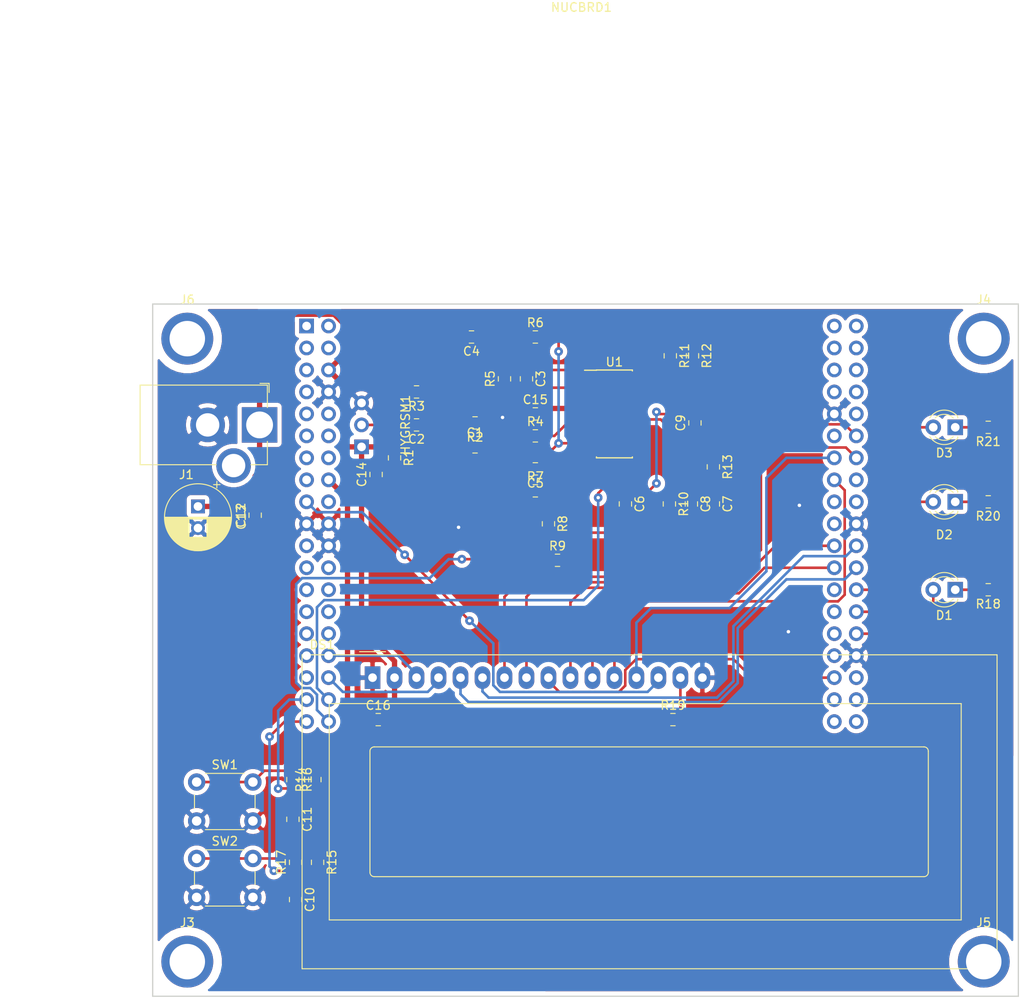
<source format=kicad_pcb>
(kicad_pcb (version 20171130) (host pcbnew 5.0.0-fee4fd1~66~ubuntu18.04.1)
  (title_block (title "Motion detection Radar") (company "Uni Ulm") (comment 1 Team05) (comment 2 "Ahmed Faheem") (comment 3 "Qasim Hadari"))
  (layers (0 F.Cu signal) (31 B.Cu signal) (36 B.SilkS user) (37 F.SilkS user) (38 B.Mask user) (39 F.Mask user) (44 Edge.Cuts user))
  (net 0 "")
  (net 1 "Net-(J1-Pad3)")
  (net 2 GND)
  (net 3 "Net-(J3-Pad1)")
  (net 4 "Net-(J4-Pad1)")
  (net 5 "Net-(J5-Pad1)")
  (net 6 +5V)
  (net 7 "Net-(C1-Pad2)")
  (net 8 "Net-(C2-Pad2)")
  (net 9 "Net-(C2-Pad1)")
  (net 10 "Net-(C3-Pad1)")
  (net 11 "Net-(C3-Pad2)")
  (net 12 "Net-(C4-Pad1)")
  (net 13 "Net-(C5-Pad2)")
  (net 14 "Net-(C5-Pad1)")
  (net 15 Sig_unfiltered)
  (net 16 "Net-(C6-Pad1)")
  (net 17 "Net-(C7-Pad1)")
  (net 18 "Net-(C9-Pad1)")
  (net 19 "Net-(C10-Pad1)")
  (net 20 "Net-(C11-Pad1)")
  (net 21 "Net-(D1-Pad2)")
  (net 22 "Net-(D1-Pad1)")
  (net 23 "Net-(D2-Pad1)")
  (net 24 "Net-(D2-Pad2)")
  (net 25 "Net-(D3-Pad1)")
  (net 26 "Net-(D3-Pad2)")
  (net 27 LCD_V0)
  (net 28 "Net-(DS1-Pad4)")
  (net 29 "Net-(DS1-Pad5)")
  (net 30 "Net-(DS1-Pad6)")
  (net 31 "Net-(DS1-Pad7)")
  (net 32 "Net-(DS1-Pad8)")
  (net 33 "Net-(DS1-Pad9)")
  (net 34 "Net-(DS1-Pad10)")
  (net 35 "Net-(DS1-Pad11)")
  (net 36 "Net-(DS1-Pad12)")
  (net 37 "Net-(DS1-Pad13)")
  (net 38 LCD_D7)
  (net 39 "Net-(DS1-Pad15)")
  (net 40 "Net-(J6-Pad1)")
  (net 41 "Net-(NUCBRD1-Pad76)")
  (net 42 "Net-(NUCBRD1-Pad75)")
  (net 43 "Net-(NUCBRD1-Pad74)")
  (net 44 "Net-(NUCBRD1-Pad73)")
  (net 45 "Net-(NUCBRD1-Pad72)")
  (net 46 "Net-(NUCBRD1-Pad69)")
  (net 47 "Net-(NUCBRD1-Pad67)")
  (net 48 "Net-(NUCBRD1-Pad65)")
  (net 49 "Net-(NUCBRD1-Pad63)")
  (net 50 "Net-(NUCBRD1-Pad57)")
  (net 51 "Net-(NUCBRD1-Pad56)")
  (net 52 "Net-(NUCBRD1-Pad55)")
  (net 53 "Net-(NUCBRD1-Pad54)")
  (net 54 "Net-(NUCBRD1-Pad49)")
  (net 55 "Net-(NUCBRD1-Pad48)")
  (net 56 "Net-(NUCBRD1-Pad46)")
  (net 57 "Net-(NUCBRD1-Pad45)")
  (net 58 "Net-(NUCBRD1-Pad44)")
  (net 59 "Net-(NUCBRD1-Pad43)")
  (net 60 "Net-(NUCBRD1-Pad42)")
  (net 61 "Net-(NUCBRD1-Pad41)")
  (net 62 "Net-(NUCBRD1-Pad40)")
  (net 63 "Net-(NUCBRD1-Pad39)")
  (net 64 "Net-(NUCBRD1-Pad36)")
  (net 65 "Net-(NUCBRD1-Pad33)")
  (net 66 "Net-(NUCBRD1-Pad31)")
  (net 67 "Net-(NUCBRD1-Pad30)")
  (net 68 "Net-(NUCBRD1-Pad29)")
  (net 69 "Net-(NUCBRD1-Pad28)")
  (net 70 "Net-(NUCBRD1-Pad27)")
  (net 71 "Net-(NUCBRD1-Pad26)")
  (net 72 "Net-(NUCBRD1-Pad25)")
  (net 73 "Net-(NUCBRD1-Pad24)")
  (net 74 "Net-(NUCBRD1-Pad23)")
  (net 75 "Net-(NUCBRD1-Pad21)")
  (net 76 "Net-(NUCBRD1-Pad18)")
  (net 77 +3V3)
  (net 78 "Net-(NUCBRD1-Pad15)")
  (net 79 "Net-(NUCBRD1-Pad14)")
  (net 80 "Net-(NUCBRD1-Pad13)")
  (net 81 "Net-(NUCBRD1-Pad12)")
  (net 82 "Net-(NUCBRD1-Pad11)")
  (net 83 "Net-(NUCBRD1-Pad10)")
  (net 84 "Net-(NUCBRD1-Pad9)")
  (net 85 "Net-(NUCBRD1-Pad7)")
  (net 86 "Net-(NUCBRD1-Pad5)")
  (net 87 "Net-(NUCBRD1-Pad4)")
  (net 88 "Net-(NUCBRD1-Pad3)")
  (net 89 "Net-(NUCBRD1-Pad2)")
  (net 90 "Net-(NUCBRD1-Pad1)")
  (net 91 "Net-(R4-Pad2)")
  (net 92 "Net-(R14-Pad2)")
  (net 93 "Net-(R15-Pad1)")
  (net 94 "Net-(U1-Pad8)")
  (module HWP:HYG_RSM-1650 (layer F.Cu) (at 129.13 81.51 90)
    (fp_text reference HYGRSM1 (at 2.54 5.08 90) (layer F.SilkS))
    (fp_text value HYG_RSM_1650)
    (pad 1 thru_hole rect (at 0 0 90) (size 1.7 1.7) (drill 1) (layers *.Cu *.Mask) (net 6 +5V))
    (pad 2 thru_hole circle (at 2.54 0 90) (size 1.7 1.7) (drill 1) (layers *.Cu *.Mask) (net 8 "Net-(C2-Pad2)"))
    (pad 3 thru_hole circle (at 5.08 0 90) (size 1.7 1.7) (drill 1) (layers *.Cu *.Mask) (net 2 GND))
  )
  (module HWP:ST_Morpho_Connector_STLink (layer F.Cu) (at 122.78 67.54)
    (fp_text reference NUCBRD1 (at 31.75 -36.83) (layer F.SilkS))
    (fp_text value NUCLEO64)
    (pad 76 thru_hole circle (at 63.5 45.72) (size 1.7 1.7) (drill 1) (layers *.Cu *.Mask) (net 41 "Net-(NUCBRD1-Pad76)"))
    (pad 75 thru_hole circle (at 60.96 45.72) (size 1.7 1.7) (drill 1) (layers *.Cu *.Mask) (net 42 "Net-(NUCBRD1-Pad75)"))
    (pad 74 thru_hole circle (at 63.5 43.18) (size 1.7 1.7) (drill 1) (layers *.Cu *.Mask) (net 43 "Net-(NUCBRD1-Pad74)"))
    (pad 73 thru_hole circle (at 60.96 43.18) (size 1.7 1.7) (drill 1) (layers *.Cu *.Mask) (net 44 "Net-(NUCBRD1-Pad73)"))
    (pad 72 thru_hole circle (at 63.5 40.64) (size 1.7 1.7) (drill 1) (layers *.Cu *.Mask) (net 45 "Net-(NUCBRD1-Pad72)"))
    (pad 71 thru_hole circle (at 60.96 40.64) (size 1.7 1.7) (drill 1) (layers *.Cu *.Mask) (net 33 "Net-(DS1-Pad9)"))
    (pad 70 thru_hole circle (at 63.5 38.1) (size 1.7 1.7) (drill 1) (layers *.Cu *.Mask) (net 2 GND))
    (pad 69 thru_hole circle (at 60.96 38.1) (size 1.7 1.7) (drill 1) (layers *.Cu *.Mask) (net 46 "Net-(NUCBRD1-Pad69)"))
    (pad 68 thru_hole circle (at 63.5 35.56) (size 1.7 1.7) (drill 1) (layers *.Cu *.Mask) (net 21 "Net-(D1-Pad2)"))
    (pad 67 thru_hole circle (at 60.96 35.56) (size 1.7 1.7) (drill 1) (layers *.Cu *.Mask) (net 47 "Net-(NUCBRD1-Pad67)"))
    (pad 66 thru_hole circle (at 63.5 33.02) (size 1.7 1.7) (drill 1) (layers *.Cu *.Mask) (net 24 "Net-(D2-Pad2)"))
    (pad 65 thru_hole circle (at 60.96 33.02) (size 1.7 1.7) (drill 1) (layers *.Cu *.Mask) (net 48 "Net-(NUCBRD1-Pad65)"))
    (pad 64 thru_hole circle (at 63.5 30.48) (size 1.7 1.7) (drill 1) (layers *.Cu *.Mask) (net 26 "Net-(D3-Pad2)"))
    (pad 63 thru_hole circle (at 60.96 30.48) (size 1.7 1.7) (drill 1) (layers *.Cu *.Mask) (net 49 "Net-(NUCBRD1-Pad63)"))
    (pad 62 thru_hole circle (at 63.5 27.94) (size 1.7 1.7) (drill 1) (layers *.Cu *.Mask) (net 29 "Net-(DS1-Pad5)"))
    (pad 61 thru_hole circle (at 60.96 27.94) (size 1.7 1.7) (drill 1) (layers *.Cu *.Mask) (net 35 "Net-(DS1-Pad11)"))
    (pad 60 thru_hole circle (at 63.5 25.4) (size 1.7 1.7) (drill 1) (layers *.Cu *.Mask) (net 30 "Net-(DS1-Pad6)"))
    (pad 59 thru_hole circle (at 60.96 25.4) (size 1.7 1.7) (drill 1) (layers *.Cu *.Mask) (net 34 "Net-(DS1-Pad10)"))
    (pad 58 thru_hole circle (at 63.5 22.86) (size 1.7 1.7) (drill 1) (layers *.Cu *.Mask) (net 2 GND))
    (pad 57 thru_hole circle (at 60.96 22.86) (size 1.7 1.7) (drill 1) (layers *.Cu *.Mask) (net 50 "Net-(NUCBRD1-Pad57)"))
    (pad 56 thru_hole circle (at 63.5 20.32) (size 1.7 1.7) (drill 1) (layers *.Cu *.Mask) (net 51 "Net-(NUCBRD1-Pad56)"))
    (pad 55 thru_hole circle (at 60.96 20.32) (size 1.7 1.7) (drill 1) (layers *.Cu *.Mask) (net 52 "Net-(NUCBRD1-Pad55)"))
    (pad 54 thru_hole circle (at 63.5 17.78) (size 1.7 1.7) (drill 1) (layers *.Cu *.Mask) (net 53 "Net-(NUCBRD1-Pad54)"))
    (pad 53 thru_hole circle (at 60.96 17.78) (size 1.7 1.7) (drill 1) (layers *.Cu *.Mask) (net 36 "Net-(DS1-Pad12)"))
    (pad 52 thru_hole circle (at 63.5 15.24) (size 1.7 1.7) (drill 1) (layers *.Cu *.Mask) (net 32 "Net-(DS1-Pad8)"))
    (pad 51 thru_hole circle (at 60.96 15.24) (size 1.7 1.7) (drill 1) (layers *.Cu *.Mask) (net 37 "Net-(DS1-Pad13)"))
    (pad 50 thru_hole circle (at 63.5 12.7) (size 1.7 1.7) (drill 1) (layers *.Cu *.Mask) (net 31 "Net-(DS1-Pad7)"))
    (pad 49 thru_hole circle (at 60.96 12.7) (size 1.7 1.7) (drill 1) (layers *.Cu *.Mask) (net 54 "Net-(NUCBRD1-Pad49)"))
    (pad 48 thru_hole circle (at 63.5 10.16) (size 1.7 1.7) (drill 1) (layers *.Cu *.Mask) (net 55 "Net-(NUCBRD1-Pad48)"))
    (pad 47 thru_hole circle (at 60.96 10.16) (size 1.7 1.7) (drill 1) (layers *.Cu *.Mask) (net 2 GND))
    (pad 46 thru_hole circle (at 63.5 7.62) (size 1.7 1.7) (drill 1) (layers *.Cu *.Mask) (net 56 "Net-(NUCBRD1-Pad46)"))
    (pad 45 thru_hole circle (at 60.96 7.62) (size 1.7 1.7) (drill 1) (layers *.Cu *.Mask) (net 57 "Net-(NUCBRD1-Pad45)"))
    (pad 44 thru_hole circle (at 63.5 5.08) (size 1.7 1.7) (drill 1) (layers *.Cu *.Mask) (net 58 "Net-(NUCBRD1-Pad44)"))
    (pad 43 thru_hole circle (at 60.96 5.08) (size 1.7 1.7) (drill 1) (layers *.Cu *.Mask) (net 59 "Net-(NUCBRD1-Pad43)"))
    (pad 42 thru_hole circle (at 63.5 2.54) (size 1.7 1.7) (drill 1) (layers *.Cu *.Mask) (net 60 "Net-(NUCBRD1-Pad42)"))
    (pad 41 thru_hole circle (at 60.96 2.54) (size 1.7 1.7) (drill 1) (layers *.Cu *.Mask) (net 61 "Net-(NUCBRD1-Pad41)"))
    (pad 40 thru_hole circle (at 63.5 0) (size 1.7 1.7) (drill 1) (layers *.Cu *.Mask) (net 62 "Net-(NUCBRD1-Pad40)"))
    (pad 39 thru_hole circle (at 60.96 0) (size 1.7 1.7) (drill 1) (layers *.Cu *.Mask) (net 63 "Net-(NUCBRD1-Pad39)"))
    (pad 38 thru_hole circle (at 2.54 45.72) (size 1.7 1.7) (drill 1) (layers *.Cu *.Mask) (net 15 Sig_unfiltered))
    (pad 37 thru_hole circle (at 0 45.72) (size 1.7 1.7) (drill 1) (layers *.Cu *.Mask) (net 19 "Net-(C10-Pad1)"))
    (pad 36 thru_hole circle (at 2.54 43.18) (size 1.7 1.7) (drill 1) (layers *.Cu *.Mask) (net 64 "Net-(NUCBRD1-Pad36)"))
    (pad 35 thru_hole circle (at 0 43.18) (size 1.7 1.7) (drill 1) (layers *.Cu *.Mask) (net 20 "Net-(C11-Pad1)"))
    (pad 34 thru_hole circle (at 2.54 40.64) (size 1.7 1.7) (drill 1) (layers *.Cu *.Mask) (net 28 "Net-(DS1-Pad4)"))
    (pad 33 thru_hole circle (at 0 40.64) (size 1.7 1.7) (drill 1) (layers *.Cu *.Mask) (net 65 "Net-(NUCBRD1-Pad33)"))
    (pad 32 thru_hole circle (at 2.54 38.1) (size 1.7 1.7) (drill 1) (layers *.Cu *.Mask) (net 27 LCD_V0))
    (pad 31 thru_hole circle (at 0 38.1) (size 1.7 1.7) (drill 1) (layers *.Cu *.Mask) (net 66 "Net-(NUCBRD1-Pad31)"))
    (pad 30 thru_hole circle (at 2.54 35.56) (size 1.7 1.7) (drill 1) (layers *.Cu *.Mask) (net 67 "Net-(NUCBRD1-Pad30)"))
    (pad 29 thru_hole circle (at 0 35.56) (size 1.7 1.7) (drill 1) (layers *.Cu *.Mask) (net 68 "Net-(NUCBRD1-Pad29)"))
    (pad 28 thru_hole circle (at 2.54 33.02) (size 1.7 1.7) (drill 1) (layers *.Cu *.Mask) (net 69 "Net-(NUCBRD1-Pad28)"))
    (pad 27 thru_hole circle (at 0 33.02) (size 1.7 1.7) (drill 1) (layers *.Cu *.Mask) (net 70 "Net-(NUCBRD1-Pad27)"))
    (pad 26 thru_hole circle (at 2.54 30.48) (size 1.7 1.7) (drill 1) (layers *.Cu *.Mask) (net 71 "Net-(NUCBRD1-Pad26)"))
    (pad 25 thru_hole circle (at 0 30.48) (size 1.7 1.7) (drill 1) (layers *.Cu *.Mask) (net 72 "Net-(NUCBRD1-Pad25)"))
    (pad 24 thru_hole circle (at 2.54 27.94) (size 1.7 1.7) (drill 1) (layers *.Cu *.Mask) (net 73 "Net-(NUCBRD1-Pad24)"))
    (pad 23 thru_hole circle (at 0 27.94) (size 1.7 1.7) (drill 1) (layers *.Cu *.Mask) (net 74 "Net-(NUCBRD1-Pad23)"))
    (pad 22 thru_hole circle (at 2.54 25.4) (size 1.7 1.7) (drill 1) (layers *.Cu *.Mask) (net 2 GND))
    (pad 21 thru_hole circle (at 0 25.4) (size 1.7 1.7) (drill 1) (layers *.Cu *.Mask) (net 75 "Net-(NUCBRD1-Pad21)"))
    (pad 20 thru_hole circle (at 2.54 22.86) (size 1.7 1.7) (drill 1) (layers *.Cu *.Mask) (net 2 GND))
    (pad 19 thru_hole circle (at 0 22.86) (size 1.7 1.7) (drill 1) (layers *.Cu *.Mask) (net 2 GND))
    (pad 18 thru_hole circle (at 2.54 20.32) (size 1.7 1.7) (drill 1) (layers *.Cu *.Mask) (net 76 "Net-(NUCBRD1-Pad18)"))
    (pad 17 thru_hole circle (at 0 20.32) (size 1.7 1.7) (drill 1) (layers *.Cu *.Mask) (net 38 LCD_D7))
    (pad 16 thru_hole circle (at 2.54 17.78) (size 1.7 1.7) (drill 1) (layers *.Cu *.Mask) (net 77 +3V3))
    (pad 15 thru_hole circle (at 0 17.78) (size 1.7 1.7) (drill 1) (layers *.Cu *.Mask) (net 78 "Net-(NUCBRD1-Pad15)"))
    (pad 14 thru_hole circle (at 2.54 15.24) (size 1.7 1.7) (drill 1) (layers *.Cu *.Mask) (net 79 "Net-(NUCBRD1-Pad14)"))
    (pad 13 thru_hole circle (at 0 15.24) (size 1.7 1.7) (drill 1) (layers *.Cu *.Mask) (net 80 "Net-(NUCBRD1-Pad13)"))
    (pad 12 thru_hole circle (at 2.54 12.7) (size 1.7 1.7) (drill 1) (layers *.Cu *.Mask) (net 81 "Net-(NUCBRD1-Pad12)"))
    (pad 11 thru_hole circle (at 0 12.7) (size 1.7 1.7) (drill 1) (layers *.Cu *.Mask) (net 82 "Net-(NUCBRD1-Pad11)"))
    (pad 10 thru_hole circle (at 2.54 10.16) (size 1.7 1.7) (drill 1) (layers *.Cu *.Mask) (net 83 "Net-(NUCBRD1-Pad10)"))
    (pad 9 thru_hole circle (at 0 10.16) (size 1.7 1.7) (drill 1) (layers *.Cu *.Mask) (net 84 "Net-(NUCBRD1-Pad9)"))
    (pad 8 thru_hole circle (at 2.54 7.62) (size 1.7 1.7) (drill 1) (layers *.Cu *.Mask) (net 2 GND))
    (pad 7 thru_hole circle (at 0 7.62) (size 1.7 1.7) (drill 1) (layers *.Cu *.Mask) (net 85 "Net-(NUCBRD1-Pad7)"))
    (pad 6 thru_hole circle (at 2.54 5.08) (size 1.7 1.7) (drill 1) (layers *.Cu *.Mask) (net 6 +5V))
    (pad 5 thru_hole circle (at 0 5.08) (size 1.7 1.7) (drill 1) (layers *.Cu *.Mask) (net 86 "Net-(NUCBRD1-Pad5)"))
    (pad 4 thru_hole circle (at 2.54 2.54) (size 1.7 1.7) (drill 1) (layers *.Cu *.Mask) (net 87 "Net-(NUCBRD1-Pad4)"))
    (pad 3 thru_hole circle (at 0 2.54) (size 1.7 1.7) (drill 1) (layers *.Cu *.Mask) (net 88 "Net-(NUCBRD1-Pad3)"))
    (pad 2 thru_hole circle (at 2.54 0) (size 1.7 1.7) (drill 1) (layers *.Cu *.Mask) (net 89 "Net-(NUCBRD1-Pad2)"))
    (pad 1 thru_hole rect (at 0 0) (size 1.7 1.7) (drill 1) (layers *.Cu *.Mask) (net 90 "Net-(NUCBRD1-Pad1)"))
  )
  (module HWP:R_0805_2012Metric_Pad1.15x1.40mm_HandSolder (layer F.Cu) (at 149.205 68.81)
    (fp_text reference R6 (at 0 -1.65) (layer F.SilkS))
    (fp_text value 4.7k)
    (pad 2 smd roundrect (at 1.025 0) (size 1.15 1.4) (layers F.Cu F.Paste F.Mask) (roundrect_rratio 0.217391) (net 13 "Net-(C5-Pad2)"))
    (pad 1 smd roundrect (at -1.025 0) (size 1.15 1.4) (layers F.Cu F.Paste F.Mask) (roundrect_rratio 0.217391) (net 12 "Net-(C4-Pad1)"))
  )
  (module HWP:C_0805_2012Metric_Pad1.15x1.40mm_HandSolder (layer F.Cu) (at 121.51 133.825 270)
    (fp_text reference C10 (at 0 -1.65 270) (layer F.SilkS))
    (fp_text value 100n)
    (pad 1 smd roundrect (at -1.025 0 270) (size 1.15 1.4) (layers F.Cu F.Paste F.Mask) (roundrect_rratio 0.217391) (net 19 "Net-(C10-Pad1)"))
    (pad 2 smd roundrect (at 1.025 0 270) (size 1.15 1.4) (layers F.Cu F.Paste F.Mask) (roundrect_rratio 0.217391) (net 2 GND))
  )
  (module HWP:LED_D3.0mm (layer F.Cu) (at 197.71 98.02 180)
    (fp_text reference D1 (at 1.27 -2.96 180) (layer F.SilkS))
    (fp_text value RED)
    (pad 2 thru_hole circle (at 2.54 0 180) (size 1.8 1.8) (drill 1) (layers *.Cu *.Mask) (net 21 "Net-(D1-Pad2)"))
    (pad 1 thru_hole rect (at 0 0 180) (size 1.8 1.8) (drill 1) (layers *.Cu *.Mask) (net 22 "Net-(D1-Pad1)"))
  )
  (module HWP:R_0805_2012Metric_Pad1.15x1.40mm_HandSolder (layer F.Cu) (at 124.05 129.525 270)
    (fp_text reference R15 (at 0 -1.65 270) (layer F.SilkS))
    (fp_text value 47k)
    (pad 2 smd roundrect (at 1.025 0 270) (size 1.15 1.4) (layers F.Cu F.Paste F.Mask) (roundrect_rratio 0.217391) (net 77 +3V3))
    (pad 1 smd roundrect (at -1.025 0 270) (size 1.15 1.4) (layers F.Cu F.Paste F.Mask) (roundrect_rratio 0.217391) (net 93 "Net-(R15-Pad1)"))
  )
  (module HWP:C_0805_2012Metric_Pad1.15x1.40mm_HandSolder (layer F.Cu) (at 130.81 84.7 90)
    (fp_text reference C14 (at 0 -1.65 90) (layer F.SilkS))
    (fp_text value 100n)
    (pad 2 smd roundrect (at 1.025 0 90) (size 1.15 1.4) (layers F.Cu F.Paste F.Mask) (roundrect_rratio 0.217391) (net 6 +5V))
    (pad 1 smd roundrect (at -1.025 0 90) (size 1.15 1.4) (layers F.Cu F.Paste F.Mask) (roundrect_rratio 0.217391) (net 2 GND))
  )
  (module HWP:R_0805_2012Metric_Pad1.15x1.40mm_HandSolder (layer F.Cu) (at 145.64 73.645 90)
    (fp_text reference R5 (at 0 -1.65 90) (layer F.SilkS))
    (fp_text value 150k)
    (pad 1 smd roundrect (at -1.025 0 90) (size 1.15 1.4) (layers F.Cu F.Paste F.Mask) (roundrect_rratio 0.217391) (net 11 "Net-(C3-Pad2)"))
    (pad 2 smd roundrect (at 1.025 0 90) (size 1.15 1.4) (layers F.Cu F.Paste F.Mask) (roundrect_rratio 0.217391) (net 10 "Net-(C3-Pad1)"))
  )
  (module HWP:LED_D3.0mm (layer F.Cu) (at 197.71 87.86 180)
    (fp_text reference D2 (at 1.27 -3.81 180) (layer F.SilkS))
    (fp_text value RED)
    (pad 1 thru_hole rect (at 0 0 180) (size 1.8 1.8) (drill 1) (layers *.Cu *.Mask) (net 23 "Net-(D2-Pad1)"))
    (pad 2 thru_hole circle (at 2.54 0 180) (size 1.8 1.8) (drill 1) (layers *.Cu *.Mask) (net 24 "Net-(D2-Pad2)"))
  )
  (module HWP:R_0805_2012Metric_Pad1.15x1.40mm_HandSolder (layer F.Cu) (at 149.205 86.59)
    (fp_text reference R7 (at 0 -1.65) (layer F.SilkS))
    (fp_text value 150k)
    (pad 1 smd roundrect (at -1.025 0) (size 1.15 1.4) (layers F.Cu F.Paste F.Mask) (roundrect_rratio 0.217391) (net 13 "Net-(C5-Pad2)"))
    (pad 2 smd roundrect (at 1.025 0) (size 1.15 1.4) (layers F.Cu F.Paste F.Mask) (roundrect_rratio 0.217391) (net 14 "Net-(C5-Pad1)"))
  )
  (module HWP:C_0805_2012Metric_Pad1.15x1.40mm_HandSolder (layer F.Cu) (at 121.198545 124.552128 270)
    (fp_text reference C11 (at 0 -1.65 270) (layer F.SilkS))
    (fp_text value 100n)
    (pad 2 smd roundrect (at 1.025 0 270) (size 1.15 1.4) (layers F.Cu F.Paste F.Mask) (roundrect_rratio 0.217391) (net 2 GND))
    (pad 1 smd roundrect (at -1.025 0 270) (size 1.15 1.4) (layers F.Cu F.Paste F.Mask) (roundrect_rratio 0.217391) (net 20 "Net-(C11-Pad1)"))
  )
  (module HWP:R_0805_2012Metric_Pad1.15x1.40mm_HandSolder (layer F.Cu) (at 121.198545 119.962128 270)
    (fp_text reference R16 (at 0 -1.65 270) (layer F.SilkS))
    (fp_text value 30k)
    (pad 1 smd roundrect (at -1.025 0 270) (size 1.15 1.4) (layers F.Cu F.Paste F.Mask) (roundrect_rratio 0.217391) (net 92 "Net-(R14-Pad2)"))
    (pad 2 smd roundrect (at 1.025 0 270) (size 1.15 1.4) (layers F.Cu F.Paste F.Mask) (roundrect_rratio 0.217391) (net 20 "Net-(C11-Pad1)"))
  )
  (module HWP:R_0805_2012Metric_Pad1.15x1.40mm_HandSolder (layer F.Cu) (at 164.795302 70.984678 270)
    (fp_text reference R11 (at 0 -1.65 270) (layer F.SilkS))
    (fp_text value 47k)
    (pad 2 smd roundrect (at 1.025 0 270) (size 1.15 1.4) (layers F.Cu F.Paste F.Mask) (roundrect_rratio 0.217391) (net 64 "Net-(NUCBRD1-Pad36)"))
    (pad 1 smd roundrect (at -1.025 0 270) (size 1.15 1.4) (layers F.Cu F.Paste F.Mask) (roundrect_rratio 0.217391) (net 16 "Net-(C6-Pad1)"))
  )
  (module HWP:SOIC-16_3.9x9.9mm_P1.27mm (layer F.Cu) (at 158.34 77.7)
    (fp_text reference U1 (at 0 -6) (layer F.SilkS))
    (fp_text value MC33079)
    (pad 1 smd rect (at -2.7 -4.445) (size 1.5 0.6) (layers F.Cu F.Paste F.Mask) (net 10 "Net-(C3-Pad1)"))
    (pad 2 smd rect (at -2.7 -3.175) (size 1.5 0.6) (layers F.Cu F.Paste F.Mask) (net 11 "Net-(C3-Pad2)"))
    (pad 3 smd rect (at -2.7 -1.905) (size 1.5 0.6) (layers F.Cu F.Paste F.Mask) (net 91 "Net-(R4-Pad2)"))
    (pad 4 smd rect (at -2.7 -0.635) (size 1.5 0.6) (layers F.Cu F.Paste F.Mask) (net 6 +5V))
    (pad 5 smd rect (at -2.7 0.635) (size 1.5 0.6) (layers F.Cu F.Paste F.Mask) (net 91 "Net-(R4-Pad2)"))
    (pad 6 smd rect (at -2.7 1.905) (size 1.5 0.6) (layers F.Cu F.Paste F.Mask) (net 13 "Net-(C5-Pad2)"))
    (pad 7 smd rect (at -2.7 3.175) (size 1.5 0.6) (layers F.Cu F.Paste F.Mask) (net 14 "Net-(C5-Pad1)"))
    (pad 8 smd rect (at -2.7 4.445) (size 1.5 0.6) (layers F.Cu F.Paste F.Mask) (net 94 "Net-(U1-Pad8)"))
    (pad 9 smd rect (at 2.7 4.445) (size 1.5 0.6) (layers F.Cu F.Paste F.Mask) (net 2 GND))
    (pad 10 smd rect (at 2.7 3.175) (size 1.5 0.6) (layers F.Cu F.Paste F.Mask) (net 2 GND))
    (pad 11 smd rect (at 2.7 1.905) (size 1.5 0.6) (layers F.Cu F.Paste F.Mask) (net 2 GND))
    (pad 12 smd rect (at 2.7 0.635) (size 1.5 0.6) (layers F.Cu F.Paste F.Mask) (net 18 "Net-(C9-Pad1)"))
    (pad 13 smd rect (at 2.7 -0.635) (size 1.5 0.6) (layers F.Cu F.Paste F.Mask) (net 64 "Net-(NUCBRD1-Pad36)"))
    (pad 14 smd rect (at 2.7 -1.905) (size 1.5 0.6) (layers F.Cu F.Paste F.Mask) (net 64 "Net-(NUCBRD1-Pad36)"))
    (pad 15 smd rect (at 2.7 -3.175) (size 1.5 0.6) (layers F.Cu F.Paste F.Mask))
    (pad 16 smd rect (at 2.7 -4.445) (size 1.5 0.6) (layers F.Cu F.Paste F.Mask))
  )
  (module HWP:SW_PUSH_6mm (layer F.Cu) (at 110.08 129.08)
    (fp_text reference SW2 (at 3.25 -2) (layer F.SilkS))
    (fp_text value SW_Push)
    (pad 2 thru_hole circle (at 0 4.5 90) (size 2 2) (drill 1.1) (layers *.Cu *.Mask) (net 2 GND))
    (pad 1 thru_hole circle (at 0 0 90) (size 2 2) (drill 1.1) (layers *.Cu *.Mask) (net 93 "Net-(R15-Pad1)"))
    (pad 2 thru_hole circle (at 6.5 4.5 90) (size 2 2) (drill 1.1) (layers *.Cu *.Mask) (net 2 GND))
    (pad 1 thru_hole circle (at 6.5 0 90) (size 2 2) (drill 1.1) (layers *.Cu *.Mask) (net 93 "Net-(R15-Pad1)"))
  )
  (module HWP:C_0805_2012Metric_Pad1.15x1.40mm_HandSolder (layer F.Cu) (at 116.84 89.408 90)
    (fp_text reference C12 (at 0 -1.65 90) (layer F.SilkS))
    (fp_text value 100n)
    (pad 1 smd roundrect (at -1.025 0 90) (size 1.15 1.4) (layers F.Cu F.Paste F.Mask) (roundrect_rratio 0.217391) (net 2 GND))
    (pad 2 smd roundrect (at 1.025 0 90) (size 1.15 1.4) (layers F.Cu F.Paste F.Mask) (roundrect_rratio 0.217391) (net 6 +5V))
  )
  (module HWP:R_0805_2012Metric_Pad1.15x1.40mm_HandSolder (layer F.Cu) (at 132.94 82.78 270)
    (fp_text reference R1 (at 0 -1.65 270) (layer F.SilkS))
    (fp_text value 10k)
    (pad 1 smd roundrect (at -1.025 0 270) (size 1.15 1.4) (layers F.Cu F.Paste F.Mask) (roundrect_rratio 0.217391) (net 6 +5V))
    (pad 2 smd roundrect (at 1.025 0 270) (size 1.15 1.4) (layers F.Cu F.Paste F.Mask) (roundrect_rratio 0.217391) (net 7 "Net-(C1-Pad2)"))
  )
  (module HWP:R_0805_2012Metric_Pad1.15x1.40mm_HandSolder (layer F.Cu) (at 150.72 90.4 270)
    (fp_text reference R8 (at 0 -1.65 270) (layer F.SilkS))
    (fp_text value 300)
    (pad 2 smd roundrect (at 1.025 0 270) (size 1.15 1.4) (layers F.Cu F.Paste F.Mask) (roundrect_rratio 0.217391) (net 15 Sig_unfiltered))
    (pad 1 smd roundrect (at -1.025 0 270) (size 1.15 1.4) (layers F.Cu F.Paste F.Mask) (roundrect_rratio 0.217391) (net 14 "Net-(C5-Pad1)"))
  )
  (module HWP:R_0805_2012Metric_Pad1.15x1.40mm_HandSolder (layer F.Cu) (at 121.51 129.525 90)
    (fp_text reference R17 (at 0 -1.65 90) (layer F.SilkS))
    (fp_text value 30k)
    (pad 1 smd roundrect (at -1.025 0 90) (size 1.15 1.4) (layers F.Cu F.Paste F.Mask) (roundrect_rratio 0.217391) (net 19 "Net-(C10-Pad1)"))
    (pad 2 smd roundrect (at 1.025 0 90) (size 1.15 1.4) (layers F.Cu F.Paste F.Mask) (roundrect_rratio 0.217391) (net 93 "Net-(R15-Pad1)"))
  )
  (module HWP:R_0805_2012Metric_Pad1.15x1.40mm_HandSolder (layer F.Cu) (at 151.765 94.615)
    (fp_text reference R9 (at 0 -1.65) (layer F.SilkS))
    (fp_text value 2k)
    (pad 2 smd roundrect (at 1.025 0) (size 1.15 1.4) (layers F.Cu F.Paste F.Mask) (roundrect_rratio 0.217391) (net 2 GND))
    (pad 1 smd roundrect (at -1.025 0) (size 1.15 1.4) (layers F.Cu F.Paste F.Mask) (roundrect_rratio 0.217391) (net 15 Sig_unfiltered))
  )
  (module HWP:R_0805_2012Metric_Pad1.15x1.40mm_HandSolder (layer F.Cu) (at 165.1 113.03)
    (fp_text reference R19 (at 0 -1.65) (layer F.SilkS))
    (fp_text value 100)
    (pad 1 smd roundrect (at -1.025 0) (size 1.15 1.4) (layers F.Cu F.Paste F.Mask) (roundrect_rratio 0.217391) (net 6 +5V))
    (pad 2 smd roundrect (at 1.025 0) (size 1.15 1.4) (layers F.Cu F.Paste F.Mask) (roundrect_rratio 0.217391) (net 39 "Net-(DS1-Pad15)"))
  )
  (module HWP:SW_PUSH_6mm (layer F.Cu) (at 110.08 120.245)
    (fp_text reference SW1 (at 3.25 -2) (layer F.SilkS))
    (fp_text value SW_Push)
    (pad 1 thru_hole circle (at 6.5 0 90) (size 2 2) (drill 1.1) (layers *.Cu *.Mask) (net 92 "Net-(R14-Pad2)"))
    (pad 2 thru_hole circle (at 6.5 4.5 90) (size 2 2) (drill 1.1) (layers *.Cu *.Mask) (net 2 GND))
    (pad 1 thru_hole circle (at 0 0 90) (size 2 2) (drill 1.1) (layers *.Cu *.Mask) (net 92 "Net-(R14-Pad2)"))
    (pad 2 thru_hole circle (at 0 4.5 90) (size 2 2) (drill 1.1) (layers *.Cu *.Mask) (net 2 GND))
  )
  (module HWP:C_0805_2012Metric_Pad1.15x1.40mm_HandSolder (layer F.Cu) (at 167.64 78.74 90)
    (fp_text reference C9 (at 0 -1.65 90) (layer F.SilkS))
    (fp_text value 33n)
    (pad 1 smd roundrect (at -1.025 0 90) (size 1.15 1.4) (layers F.Cu F.Paste F.Mask) (roundrect_rratio 0.217391) (net 18 "Net-(C9-Pad1)"))
    (pad 2 smd roundrect (at 1.025 0 90) (size 1.15 1.4) (layers F.Cu F.Paste F.Mask) (roundrect_rratio 0.217391) (net 16 "Net-(C6-Pad1)"))
  )
  (module HWP:R_0805_2012Metric_Pad1.15x1.40mm_HandSolder (layer F.Cu) (at 149.205 80.24)
    (fp_text reference R4 (at 0 -1.65) (layer F.SilkS))
    (fp_text value 1k)
    (pad 1 smd roundrect (at -1.025 0) (size 1.15 1.4) (layers F.Cu F.Paste F.Mask) (roundrect_rratio 0.217391) (net 7 "Net-(C1-Pad2)"))
    (pad 2 smd roundrect (at 1.025 0) (size 1.15 1.4) (layers F.Cu F.Paste F.Mask) (roundrect_rratio 0.217391) (net 91 "Net-(R4-Pad2)"))
  )
  (module HWP:MountingHole_4.1mm_M4_ISO14580_Pad (layer F.Cu) (at 109 69)
    (fp_text reference J6 (at 0 -4.5) (layer F.SilkS))
    (fp_text value Conn_01x01)
    (pad 1 thru_hole circle (at 0 0) (size 6 6) (drill 4.1) (layers *.Cu *.Mask) (net 40 "Net-(J6-Pad1)") (clearance 1))
  )
  (module HWP:C_0805_2012Metric_Pad1.15x1.40mm_HandSolder (layer F.Cu) (at 131.055 113.03)
    (fp_text reference C16 (at 0 -1.65) (layer F.SilkS))
    (fp_text value 100n)
    (pad 1 smd roundrect (at -1.025 0) (size 1.15 1.4) (layers F.Cu F.Paste F.Mask) (roundrect_rratio 0.217391) (net 2 GND))
    (pad 2 smd roundrect (at 1.025 0) (size 1.15 1.4) (layers F.Cu F.Paste F.Mask) (roundrect_rratio 0.217391) (net 6 +5V))
  )
  (module HWP:R_0805_2012Metric_Pad1.15x1.40mm_HandSolder (layer F.Cu) (at 201.52 79.248 180)
    (fp_text reference R21 (at 0 -1.65 180) (layer F.SilkS))
    (fp_text value 180)
    (pad 2 smd roundrect (at 1.025 0 180) (size 1.15 1.4) (layers F.Cu F.Paste F.Mask) (roundrect_rratio 0.217391) (net 25 "Net-(D3-Pad1)"))
    (pad 1 smd roundrect (at -1.025 0 180) (size 1.15 1.4) (layers F.Cu F.Paste F.Mask) (roundrect_rratio 0.217391) (net 2 GND))
  )
  (module HWP:R_0805_2012Metric_Pad1.15x1.40mm_HandSolder (layer F.Cu) (at 164.69 88.105 270)
    (fp_text reference R10 (at 0 -1.65 270) (layer F.SilkS))
    (fp_text value 47k)
    (pad 1 smd roundrect (at -1.025 0 270) (size 1.15 1.4) (layers F.Cu F.Paste F.Mask) (roundrect_rratio 0.217391) (net 17 "Net-(C7-Pad1)"))
    (pad 2 smd roundrect (at 1.025 0 270) (size 1.15 1.4) (layers F.Cu F.Paste F.Mask) (roundrect_rratio 0.217391) (net 15 Sig_unfiltered))
  )
  (module HWP:C_0805_2012Metric_Pad1.15x1.40mm_HandSolder (layer F.Cu) (at 149.205 77.7)
    (fp_text reference C15 (at 0 -1.65) (layer F.SilkS))
    (fp_text value 100n)
    (pad 1 smd roundrect (at -1.025 0) (size 1.15 1.4) (layers F.Cu F.Paste F.Mask) (roundrect_rratio 0.217391) (net 2 GND))
    (pad 2 smd roundrect (at 1.025 0) (size 1.15 1.4) (layers F.Cu F.Paste F.Mask) (roundrect_rratio 0.217391) (net 6 +5V))
  )
  (module HWP:C_0805_2012Metric_Pad1.15x1.40mm_HandSolder (layer F.Cu) (at 169.77 88.105 270)
    (fp_text reference C7 (at 0 -1.65 270) (layer F.SilkS))
    (fp_text value 33n)
    (pad 2 smd roundrect (at 1.025 0 270) (size 1.15 1.4) (layers F.Cu F.Paste F.Mask) (roundrect_rratio 0.217391) (net 2 GND))
    (pad 1 smd roundrect (at -1.025 0 270) (size 1.15 1.4) (layers F.Cu F.Paste F.Mask) (roundrect_rratio 0.217391) (net 17 "Net-(C7-Pad1)"))
  )
  (module HWP:R_0805_2012Metric_Pad1.15x1.40mm_HandSolder (layer F.Cu) (at 167.359302 70.984678 270)
    (fp_text reference R12 (at 0 -1.65 270) (layer F.SilkS))
    (fp_text value 47k)
    (pad 1 smd roundrect (at -1.025 0 270) (size 1.15 1.4) (layers F.Cu F.Paste F.Mask) (roundrect_rratio 0.217391) (net 16 "Net-(C6-Pad1)"))
    (pad 2 smd roundrect (at 1.025 0 270) (size 1.15 1.4) (layers F.Cu F.Paste F.Mask) (roundrect_rratio 0.217391) (net 64 "Net-(NUCBRD1-Pad36)"))
  )
  (module HWP:C_0805_2012Metric_Pad1.15x1.40mm_HandSolder (layer F.Cu) (at 142.24 81.51)
    (fp_text reference C1 (at 0 -1.65) (layer F.SilkS))
    (fp_text value 10u)
    (pad 1 smd roundrect (at -1.025 0) (size 1.15 1.4) (layers F.Cu F.Paste F.Mask) (roundrect_rratio 0.217391) (net 2 GND))
    (pad 2 smd roundrect (at 1.025 0) (size 1.15 1.4) (layers F.Cu F.Paste F.Mask) (roundrect_rratio 0.217391) (net 7 "Net-(C1-Pad2)"))
  )
  (module HWP:WC1602A_no_mount (layer F.Cu) (at 130.4 108.18)
    (fp_text reference DS1 (at -5.82 -3.81) (layer F.SilkS))
    (fp_text value WC1602A)
    (pad 1 thru_hole rect (at 0 0) (size 1.8 2.6) (drill 1) (layers *.Cu *.Mask) (net 2 GND))
    (pad 2 thru_hole oval (at 2.54 0) (size 1.8 2.6) (drill 1) (layers *.Cu *.Mask) (net 6 +5V))
    (pad 3 thru_hole oval (at 5.08 0) (size 1.8 2.6) (drill 1) (layers *.Cu *.Mask) (net 27 LCD_V0))
    (pad 4 thru_hole oval (at 7.62 0) (size 1.8 2.6) (drill 1) (layers *.Cu *.Mask) (net 28 "Net-(DS1-Pad4)"))
    (pad 5 thru_hole oval (at 10.16 0) (size 1.8 2.6) (drill 1) (layers *.Cu *.Mask) (net 29 "Net-(DS1-Pad5)"))
    (pad 6 thru_hole oval (at 12.7 0) (size 1.8 2.6) (drill 1) (layers *.Cu *.Mask) (net 30 "Net-(DS1-Pad6)"))
    (pad 7 thru_hole oval (at 15.24 0) (size 1.8 2.6) (drill 1) (layers *.Cu *.Mask) (net 31 "Net-(DS1-Pad7)"))
    (pad 8 thru_hole oval (at 17.78 0) (size 1.8 2.6) (drill 1) (layers *.Cu *.Mask) (net 32 "Net-(DS1-Pad8)"))
    (pad 9 thru_hole oval (at 20.32 0) (size 1.8 2.6) (drill 1) (layers *.Cu *.Mask) (net 33 "Net-(DS1-Pad9)"))
    (pad 10 thru_hole oval (at 22.86 0) (size 1.8 2.6) (drill 1) (layers *.Cu *.Mask) (net 34 "Net-(DS1-Pad10)"))
    (pad 11 thru_hole oval (at 25.4 0) (size 1.8 2.6) (drill 1) (layers *.Cu *.Mask) (net 35 "Net-(DS1-Pad11)"))
    (pad 12 thru_hole oval (at 27.94 0) (size 1.8 2.6) (drill 1) (layers *.Cu *.Mask) (net 36 "Net-(DS1-Pad12)"))
    (pad 13 thru_hole oval (at 30.48 0) (size 1.8 2.6) (drill 1) (layers *.Cu *.Mask) (net 37 "Net-(DS1-Pad13)"))
    (pad 14 thru_hole oval (at 33.02 0) (size 1.8 2.6) (drill 1) (layers *.Cu *.Mask) (net 38 LCD_D7))
    (pad 15 thru_hole oval (at 35.56 0) (size 1.8 2.6) (drill 1) (layers *.Cu *.Mask) (net 39 "Net-(DS1-Pad15)"))
    (pad 16 thru_hole oval (at 38.1 0) (size 1.8 2.6) (drill 1) (layers *.Cu *.Mask) (net 2 GND))
  )
  (module HWP:C_0805_2012Metric_Pad1.15x1.40mm_HandSolder (layer F.Cu) (at 135.48 78.97 180)
    (fp_text reference C2 (at 0 -1.65 180) (layer F.SilkS))
    (fp_text value 10u)
    (pad 2 smd roundrect (at 1.025 0 180) (size 1.15 1.4) (layers F.Cu F.Paste F.Mask) (roundrect_rratio 0.217391) (net 8 "Net-(C2-Pad2)"))
    (pad 1 smd roundrect (at -1.025 0 180) (size 1.15 1.4) (layers F.Cu F.Paste F.Mask) (roundrect_rratio 0.217391) (net 9 "Net-(C2-Pad1)"))
  )
  (module HWP:R_0805_2012Metric_Pad1.15x1.40mm_HandSolder (layer F.Cu) (at 135.48 75.16 180)
    (fp_text reference R3 (at 0 -1.65 180) (layer F.SilkS))
    (fp_text value 4.7k)
    (pad 2 smd roundrect (at 1.025 0 180) (size 1.15 1.4) (layers F.Cu F.Paste F.Mask) (roundrect_rratio 0.217391) (net 9 "Net-(C2-Pad1)"))
    (pad 1 smd roundrect (at -1.025 0 180) (size 1.15 1.4) (layers F.Cu F.Paste F.Mask) (roundrect_rratio 0.217391) (net 11 "Net-(C3-Pad2)"))
  )
  (module HWP:C_0805_2012Metric_Pad1.15x1.40mm_HandSolder (layer F.Cu) (at 149.205 84.05 180)
    (fp_text reference C5 (at 0 -1.65 180) (layer F.SilkS))
    (fp_text value 1n)
    (pad 2 smd roundrect (at 1.025 0 180) (size 1.15 1.4) (layers F.Cu F.Paste F.Mask) (roundrect_rratio 0.217391) (net 13 "Net-(C5-Pad2)"))
    (pad 1 smd roundrect (at -1.025 0 180) (size 1.15 1.4) (layers F.Cu F.Paste F.Mask) (roundrect_rratio 0.217391) (net 14 "Net-(C5-Pad1)"))
  )
  (module HWP:R_0805_2012Metric_Pad1.15x1.40mm_HandSolder (layer F.Cu) (at 201.52 87.86 180)
    (fp_text reference R20 (at 0 -1.65 180) (layer F.SilkS))
    (fp_text value 180)
    (pad 1 smd roundrect (at -1.025 0 180) (size 1.15 1.4) (layers F.Cu F.Paste F.Mask) (roundrect_rratio 0.217391) (net 2 GND))
    (pad 2 smd roundrect (at 1.025 0 180) (size 1.15 1.4) (layers F.Cu F.Paste F.Mask) (roundrect_rratio 0.217391) (net 23 "Net-(D2-Pad1)"))
  )
  (module HWP:C_0805_2012Metric_Pad1.15x1.40mm_HandSolder (layer F.Cu) (at 167.23 88.105 270)
    (fp_text reference C8 (at 0 -1.65 270) (layer F.SilkS))
    (fp_text value 33n)
    (pad 1 smd roundrect (at -1.025 0 270) (size 1.15 1.4) (layers F.Cu F.Paste F.Mask) (roundrect_rratio 0.217391) (net 17 "Net-(C7-Pad1)"))
    (pad 2 smd roundrect (at 1.025 0 270) (size 1.15 1.4) (layers F.Cu F.Paste F.Mask) (roundrect_rratio 0.217391) (net 2 GND))
  )
  (module HWP:R_0805_2012Metric_Pad1.15x1.40mm_HandSolder (layer F.Cu) (at 142.24 78.74 180)
    (fp_text reference R2 (at 0 -1.65 180) (layer F.SilkS))
    (fp_text value 10k)
    (pad 2 smd roundrect (at 1.025 0 180) (size 1.15 1.4) (layers F.Cu F.Paste F.Mask) (roundrect_rratio 0.217391) (net 2 GND))
    (pad 1 smd roundrect (at -1.025 0 180) (size 1.15 1.4) (layers F.Cu F.Paste F.Mask) (roundrect_rratio 0.217391) (net 7 "Net-(C1-Pad2)"))
  )
  (module HWP:C_0805_2012Metric_Pad1.15x1.40mm_HandSolder (layer F.Cu) (at 159.61 88.105 270)
    (fp_text reference C6 (at 0 -1.65 270) (layer F.SilkS))
    (fp_text value 33n)
    (pad 2 smd roundrect (at 1.025 0 270) (size 1.15 1.4) (layers F.Cu F.Paste F.Mask) (roundrect_rratio 0.217391) (net 15 Sig_unfiltered))
    (pad 1 smd roundrect (at -1.025 0 270) (size 1.15 1.4) (layers F.Cu F.Paste F.Mask) (roundrect_rratio 0.217391) (net 16 "Net-(C6-Pad1)"))
  )
  (module HWP:C_0805_2012Metric_Pad1.15x1.40mm_HandSolder (layer F.Cu) (at 148.18 73.645 270)
    (fp_text reference C3 (at 0 -1.65 270) (layer F.SilkS))
    (fp_text value 1n)
    (pad 1 smd roundrect (at -1.025 0 270) (size 1.15 1.4) (layers F.Cu F.Paste F.Mask) (roundrect_rratio 0.217391) (net 10 "Net-(C3-Pad1)"))
    (pad 2 smd roundrect (at 1.025 0 270) (size 1.15 1.4) (layers F.Cu F.Paste F.Mask) (roundrect_rratio 0.217391) (net 11 "Net-(C3-Pad2)"))
  )
  (module HWP:R_0805_2012Metric_Pad1.15x1.40mm_HandSolder (layer F.Cu) (at 169.77 83.82 270)
    (fp_text reference R13 (at 0 -1.65 270) (layer F.SilkS))
    (fp_text value 47k)
    (pad 1 smd roundrect (at -1.025 0 270) (size 1.15 1.4) (layers F.Cu F.Paste F.Mask) (roundrect_rratio 0.217391) (net 18 "Net-(C9-Pad1)"))
    (pad 2 smd roundrect (at 1.025 0 270) (size 1.15 1.4) (layers F.Cu F.Paste F.Mask) (roundrect_rratio 0.217391) (net 17 "Net-(C7-Pad1)"))
  )
  (module HWP:C_0805_2012Metric_Pad1.15x1.40mm_HandSolder (layer F.Cu) (at 141.83 68.81 180)
    (fp_text reference C4 (at 0 -1.65 180) (layer F.SilkS))
    (fp_text value 10u)
    (pad 2 smd roundrect (at 1.025 0 180) (size 1.15 1.4) (layers F.Cu F.Paste F.Mask) (roundrect_rratio 0.217391) (net 10 "Net-(C3-Pad1)"))
    (pad 1 smd roundrect (at -1.025 0 180) (size 1.15 1.4) (layers F.Cu F.Paste F.Mask) (roundrect_rratio 0.217391) (net 12 "Net-(C4-Pad1)"))
  )
  (module HWP:LED_D3.0mm (layer F.Cu) (at 197.71 79.248 180)
    (fp_text reference D3 (at 1.27 -2.96 180) (layer F.SilkS))
    (fp_text value RED)
    (pad 1 thru_hole rect (at 0 0 180) (size 1.8 1.8) (drill 1) (layers *.Cu *.Mask) (net 25 "Net-(D3-Pad1)"))
    (pad 2 thru_hole circle (at 2.54 0 180) (size 1.8 1.8) (drill 1) (layers *.Cu *.Mask) (net 26 "Net-(D3-Pad2)"))
  )
  (module HWP:R_0805_2012Metric_Pad1.15x1.40mm_HandSolder (layer F.Cu) (at 201.52 98.02 180)
    (fp_text reference R18 (at 0 -1.65 180) (layer F.SilkS))
    (fp_text value 180)
    (pad 2 smd roundrect (at 1.025 0 180) (size 1.15 1.4) (layers F.Cu F.Paste F.Mask) (roundrect_rratio 0.217391) (net 22 "Net-(D1-Pad1)"))
    (pad 1 smd roundrect (at -1.025 0 180) (size 1.15 1.4) (layers F.Cu F.Paste F.Mask) (roundrect_rratio 0.217391) (net 2 GND))
  )
  (module HWP:R_0805_2012Metric_Pad1.15x1.40mm_HandSolder (layer F.Cu) (at 123.738545 119.962128 90)
    (fp_text reference R14 (at 0 -1.65 90) (layer F.SilkS))
    (fp_text value 47k)
    (pad 2 smd roundrect (at 1.025 0 90) (size 1.15 1.4) (layers F.Cu F.Paste F.Mask) (roundrect_rratio 0.217391) (net 92 "Net-(R14-Pad2)"))
    (pad 1 smd roundrect (at -1.025 0 90) (size 1.15 1.4) (layers F.Cu F.Paste F.Mask) (roundrect_rratio 0.217391) (net 77 +3V3))
  )
  (module HWP:BarrelJack_Horizontal_CustomHWP (layer F.Cu) (at 117.35 78.97)
    (fp_text reference J1 (at -8.45 5.75) (layer F.SilkS))
    (fp_text value Barrel_Jack_Switch)
    (pad 1 thru_hole rect (at 0 0) (size 4.1 4.1) (drill 3.1) (layers *.Cu *.Mask) (net 6 +5V))
    (pad 2 thru_hole circle (at -6 0) (size 4 4) (drill 2.7) (layers *.Cu *.Mask) (net 2 GND))
    (pad 3 thru_hole circle (at -3 4.7) (size 4 4) (drill 2.7) (layers *.Cu *.Mask) (net 1 "Net-(J1-Pad3)"))
  )
  (module HWP:MountingHole_4.1mm_M4_ISO14580_Pad (layer F.Cu) (at 109 141)
    (fp_text reference J3 (at 0 -4.5) (layer F.SilkS))
    (fp_text value Conn_01x01)
    (pad 1 thru_hole circle (at 0 0) (size 6 6) (drill 4.1) (layers *.Cu *.Mask) (net 3 "Net-(J3-Pad1)") (clearance 1))
  )
  (module HWP:MountingHole_4.1mm_M4_ISO14580_Pad (layer F.Cu) (at 201 69)
    (fp_text reference J4 (at 0 -4.5) (layer F.SilkS))
    (fp_text value Conn_01x01)
    (pad 1 thru_hole circle (at 0 0) (size 6 6) (drill 4.1) (layers *.Cu *.Mask) (net 4 "Net-(J4-Pad1)") (clearance 1))
  )
  (module HWP:MountingHole_4.1mm_M4_ISO14580_Pad (layer F.Cu) (at 201 141)
    (fp_text reference J5 (at 0 -4.5) (layer F.SilkS))
    (fp_text value Conn_01x01)
    (pad 1 thru_hole circle (at 0 0) (size 6 6) (drill 4.1) (layers *.Cu *.Mask) (net 5 "Net-(J5-Pad1)") (clearance 1))
  )
  (module HWP:CP_Radial_D7.5mm_P2.50mm (layer F.Cu) (at 110.236 88.392 270)
    (fp_text reference C13 (at 1.25 -5 270) (layer F.SilkS))
    (fp_text value 47u)
    (pad 1 thru_hole rect (at 0 0 270) (size 1.6 1.6) (drill 1) (layers *.Cu *.Mask) (net 6 +5V))
    (pad 2 thru_hole circle (at 2.5 0 270) (size 1.6 1.6) (drill 1) (layers *.Cu *.Mask) (net 2 GND))
  )
  (gr_text "Motion Detection" (at 203 137 90) (layer F.Cu) (effects (font (size 1.5 1.5) (thickness 0.2) italic) (justify left)))
  (gr_text "WS 18/19, T05, Faheem, Qasim" (at 113 143) (layer F.Cu) (effects (font (size 1.5 1.5) (thickness 0.2)) (justify left)))
  (gr_line (start 105 145) (end 105 65) (layer Edge.Cuts) (width 0.15))
  (gr_line (start 205 145) (end 105 145) (layer Edge.Cuts) (width 0.15))
  (gr_line (start 205 65) (end 205 145) (layer Edge.Cuts) (width 0.15))
  (gr_line (start 105 65) (end 205 65) (layer Edge.Cuts) (width 0.15))
  (via (at 145.415 78.105) (size 1) (drill 0.4) (layers F.Cu B.Cu) (net 2))
  (via (at 140.335 90.805) (size 1) (drill 0.4) (layers F.Cu B.Cu) (net 2))
  (via (at 178.435 102.87) (size 1) (drill 0.4) (layers F.Cu B.Cu) (net 2))
  (via (at 179.705 88.265) (size 1) (drill 0.4) (layers F.Cu B.Cu) (net 2))
  (segment (start 116.831 88.392) (end 116.84 88.383) (width 0.61) (layer F.Cu) (net 6))
  (segment (start 110.236 88.392) (end 116.831 88.392) (width 0.61) (layer F.Cu) (net 6))
  (segment (start 117.35 81.63) (end 117.35 78.97) (width 0.61) (layer F.Cu) (net 6))
  (segment (start 117.35 84.377402) (end 117.35 81.63) (width 0.61) (layer F.Cu) (net 6))
  (segment (start 116.84 84.887402) (end 117.35 84.377402) (width 0.61) (layer F.Cu) (net 6))
  (segment (start 116.84 88.383) (end 116.84 84.887402) (width 0.61) (layer F.Cu) (net 6))
  (segment (start 150.865 77.065) (end 155.64 77.065) (width 0.61) (layer F.Cu) (net 6))
  (segment (start 150.23 77.7) (end 150.865 77.065) (width 0.61) (layer F.Cu) (net 6))
  (segment (start 132.695 81.51) (end 132.94 81.755) (width 0.61) (layer F.Cu) (net 6))
  (segment (start 129.13 81.51) (end 132.695 81.51) (width 0.61) (layer F.Cu) (net 6))
  (segment (start 125.32 72.62) (end 127 74.3) (width 0.61) (layer F.Cu) (net 6))
  (segment (start 127.67 81.51) (end 129.13 81.51) (width 0.61) (layer F.Cu) (net 6))
  (segment (start 127 80.84) (end 127.67 81.51) (width 0.61) (layer F.Cu) (net 6))
  (segment (start 127 74.3) (end 127 80.84) (width 0.61) (layer F.Cu) (net 6))
  (segment (start 133.105 108.345) (end 132.94 108.18) (width 0.61) (layer F.Cu) (net 6))
  (segment (start 164.075 113.03) (end 132.08 113.03) (width 0.61) (layer F.Cu) (net 6))
  (segment (start 132.94 108.18) (end 132.94 110.9) (width 0.61) (layer F.Cu) (net 6))
  (segment (start 132.08 111.76) (end 132.08 113.03) (width 0.61) (layer F.Cu) (net 6))
  (segment (start 132.94 110.9) (end 132.08 111.76) (width 0.61) (layer F.Cu) (net 6))
  (segment (start 129.13 82.97) (end 129.13 81.51) (width 0.61) (layer F.Cu) (net 6))
  (segment (start 132.94 106.27) (end 129.13 102.46) (width 0.61) (layer F.Cu) (net 6))
  (segment (start 132.94 108.18) (end 132.94 106.27) (width 0.61) (layer F.Cu) (net 6))
  (segment (start 125.32 72.62) (end 126.169999 73.469999) (width 0.61) (layer F.Cu) (net 6))
  (segment (start 137.193 81.755) (end 139.00299 79.94501) (width 0.61) (layer F.Cu) (net 6))
  (segment (start 132.94 81.755) (end 137.193 81.755) (width 0.61) (layer F.Cu) (net 6))
  (segment (start 139.00299 77.53201) (end 139.00299 78.74) (width 0.61) (layer F.Cu) (net 6))
  (segment (start 140.335 76.2) (end 139.00299 77.53201) (width 0.61) (layer F.Cu) (net 6))
  (segment (start 139.00299 79.94501) (end 139.00299 78.74) (width 0.61) (layer F.Cu) (net 6))
  (segment (start 139.00299 78.74) (end 139.00299 78.592262) (width 0.61) (layer F.Cu) (net 6))
  (segment (start 150.23 77.7) (end 150.23 76.9) (width 0.61) (layer F.Cu) (net 6))
  (segment (start 150.23 76.9) (end 149.53 76.2) (width 0.61) (layer F.Cu) (net 6))
  (segment (start 149.53 76.2) (end 140.335 76.2) (width 0.61) (layer F.Cu) (net 6))
  (segment (start 129.275 83.675) (end 129.13 83.82) (width 0.61) (layer F.Cu) (net 6))
  (segment (start 130.81 83.675) (end 129.275 83.675) (width 0.61) (layer F.Cu) (net 6))
  (segment (start 129.13 102.46) (end 129.13 83.82) (width 0.61) (layer F.Cu) (net 6))
  (segment (start 129.13 83.82) (end 129.13 82.97) (width 0.61) (layer F.Cu) (net 6))
  (segment (start 127 70.94) (end 125.32 72.62) (width 0.61) (layer F.Cu) (net 6))
  (segment (start 125.970401 66.184999) (end 117.965001 66.184999) (width 0.61) (layer F.Cu) (net 6))
  (segment (start 127 70.94) (end 127 67.214598) (width 0.61) (layer F.Cu) (net 6))
  (segment (start 127 67.214598) (end 125.970401 66.184999) (width 0.61) (layer F.Cu) (net 6))
  (segment (start 117.35 66.8) (end 117.35 78.97) (width 0.61) (layer F.Cu) (net 6))
  (segment (start 117.965001 66.184999) (end 117.35 66.8) (width 0.61) (layer F.Cu) (net 6))
  (segment (start 142.748 81.403) (end 142.855 81.51) (width 0.3) (layer F.Cu) (net 7))
  (segment (start 143.265 78.74) (end 143.265 81.51) (width 0.3) (layer F.Cu) (net 7))
  (segment (start 144.535 80.24) (end 143.265 81.51) (width 0.3) (layer F.Cu) (net 7))
  (segment (start 148.18 80.24) (end 144.535 80.24) (width 0.3) (layer F.Cu) (net 7))
  (segment (start 132.94 83.805) (end 141.747 83.805) (width 0.3) (layer F.Cu) (net 7))
  (segment (start 141.747 83.805) (end 142.855 82.697) (width 0.3) (layer F.Cu) (net 7))
  (segment (start 142.855 82.697) (end 142.855 81.51) (width 0.3) (layer F.Cu) (net 7))
  (segment (start 130.332081 78.97) (end 134.455 78.97) (width 0.3) (layer F.Cu) (net 8))
  (segment (start 129.13 78.97) (end 130.332081 78.97) (width 0.3) (layer F.Cu) (net 8))
  (segment (start 134.455 75.16) (end 134.455 77.051) (width 0.3) (layer F.Cu) (net 9))
  (segment (start 134.455 77.051) (end 134.62 77.216) (width 0.3) (layer F.Cu) (net 9))
  (segment (start 134.62 77.216) (end 136.144 77.216) (width 0.3) (layer F.Cu) (net 9))
  (segment (start 136.505 77.577) (end 136.505 78.97) (width 0.3) (layer F.Cu) (net 9))
  (segment (start 136.144 77.216) (end 136.505 77.577) (width 0.3) (layer F.Cu) (net 9))
  (segment (start 155.64 72.655) (end 155.64 73.255) (width 0.3) (layer F.Cu) (net 10))
  (segment (start 155.605 72.62) (end 155.64 72.655) (width 0.3) (layer F.Cu) (net 10))
  (segment (start 148.18 72.62) (end 155.605 72.62) (width 0.3) (layer F.Cu) (net 10))
  (segment (start 140.805 68.81) (end 140.805 72.225) (width 0.3) (layer F.Cu) (net 10))
  (segment (start 141.2 72.62) (end 145.64 72.62) (width 0.3) (layer F.Cu) (net 10))
  (segment (start 140.805 72.225) (end 141.2 72.62) (width 0.3) (layer F.Cu) (net 10))
  (segment (start 145.64 72.62) (end 148.18 72.62) (width 0.3) (layer F.Cu) (net 10))
  (segment (start 136.505 75.16) (end 143.74 75.16) (width 0.3) (layer F.Cu) (net 11))
  (segment (start 144.23 74.67) (end 145.64 74.67) (width 0.3) (layer F.Cu) (net 11))
  (segment (start 143.74 75.16) (end 144.23 74.67) (width 0.3) (layer F.Cu) (net 11))
  (segment (start 145.64 74.67) (end 148.18 74.67) (width 0.3) (layer F.Cu) (net 11))
  (segment (start 155.495 74.67) (end 155.64 74.525) (width 0.3) (layer F.Cu) (net 11))
  (segment (start 148.18 74.67) (end 155.495 74.67) (width 0.3) (layer F.Cu) (net 11))
  (segment (start 142.855 68.81) (end 148.18 68.81) (width 0.3) (layer F.Cu) (net 12))
  (segment (start 148.18 84.05) (end 148.18 86.59) (width 0.3) (layer F.Cu) (net 13))
  (segment (start 148.18 84.05) (end 148.18 82.452) (width 0.3) (layer F.Cu) (net 13))
  (segment (start 148.18 82.452) (end 148.844 81.788) (width 0.3) (layer F.Cu) (net 13))
  (segment (start 150.23 68.81) (end 151.614 68.81) (width 0.3) (layer F.Cu) (net 13))
  (via (at 151.892 70.485) (size 1) (drill 0.4) (layers F.Cu B.Cu) (net 13))
  (segment (start 151.614 68.81) (end 151.892 69.088) (width 0.3) (layer F.Cu) (net 13))
  (via (at 151.892 81.09) (size 1) (drill 0.4) (layers F.Cu B.Cu) (net 13))
  (segment (start 151.892 80.772) (end 151.892 81.09) (width 0.3) (layer B.Cu) (net 13))
  (segment (start 151.892 71.628) (end 151.892 81.09) (width 0.3) (layer B.Cu) (net 13))
  (segment (start 153.705 81.09) (end 155.19 79.605) (width 0.3) (layer F.Cu) (net 13))
  (segment (start 155.19 79.605) (end 155.64 79.605) (width 0.3) (layer F.Cu) (net 13))
  (segment (start 151.892 81.09) (end 153.705 81.09) (width 0.3) (layer F.Cu) (net 13))
  (segment (start 151.194 81.788) (end 151.892 81.09) (width 0.3) (layer F.Cu) (net 13))
  (segment (start 148.844 81.788) (end 151.194 81.788) (width 0.3) (layer F.Cu) (net 13))
  (segment (start 151.892 69.088) (end 151.892 70.485) (width 0.3) (layer F.Cu) (net 13))
  (segment (start 151.892 71.628) (end 151.892 70.485) (width 0.3) (layer B.Cu) (net 13))
  (segment (start 150.23 84.05) (end 150.23 86.59) (width 0.3) (layer F.Cu) (net 14))
  (segment (start 150.23 86.59) (end 152.63 86.59) (width 0.3) (layer F.Cu) (net 14))
  (segment (start 152.63 86.59) (end 153.416 87.376) (width 0.3) (layer F.Cu) (net 14))
  (segment (start 150.72 89.375) (end 152.433 89.375) (width 0.3) (layer F.Cu) (net 14))
  (segment (start 152.433 89.375) (end 153.416 88.392) (width 0.3) (layer F.Cu) (net 14))
  (segment (start 153.416 87.376) (end 153.416 88.392) (width 0.3) (layer F.Cu) (net 14))
  (segment (start 155.19 80.875) (end 155.64 80.875) (width 0.3) (layer F.Cu) (net 14))
  (segment (start 152.015 84.05) (end 155.19 80.875) (width 0.3) (layer F.Cu) (net 14))
  (segment (start 150.23 84.05) (end 152.015 84.05) (width 0.3) (layer F.Cu) (net 14))
  (segment (start 160.41 89.13) (end 164.69 89.13) (width 0.3) (layer F.Cu) (net 15))
  (segment (start 159.61 89.13) (end 160.41 89.13) (width 0.3) (layer F.Cu) (net 15))
  (segment (start 150.72 94.595) (end 150.74 94.615) (width 0.3) (layer F.Cu) (net 15))
  (segment (start 150.72 91.425) (end 150.72 94.595) (width 0.3) (layer F.Cu) (net 15))
  (segment (start 122.267999 96.680001) (end 136.999999 96.680001) (width 0.3) (layer B.Cu) (net 15))
  (segment (start 121.579999 108.756001) (end 121.579999 97.368001) (width 0.3) (layer B.Cu) (net 15))
  (segment (start 121.579999 97.368001) (end 122.267999 96.680001) (width 0.3) (layer B.Cu) (net 15))
  (segment (start 123.980001 111.920001) (end 123.980001 110.143999) (width 0.3) (layer B.Cu) (net 15))
  (segment (start 125.32 113.26) (end 123.980001 111.920001) (width 0.3) (layer B.Cu) (net 15))
  (segment (start 123.980001 110.143999) (end 123.216003 109.380001) (width 0.3) (layer B.Cu) (net 15))
  (segment (start 123.216003 109.380001) (end 122.203999 109.380001) (width 0.3) (layer B.Cu) (net 15))
  (segment (start 122.203999 109.380001) (end 121.579999 108.756001) (width 0.3) (layer B.Cu) (net 15))
  (via (at 140.716 94.488) (size 1) (drill 0.4) (layers F.Cu B.Cu) (net 15))
  (segment (start 136.999999 96.680001) (end 139.192 94.488) (width 0.3) (layer B.Cu) (net 15))
  (segment (start 139.192 94.488) (end 140.716 94.488) (width 0.3) (layer B.Cu) (net 15))
  (segment (start 150.613 94.488) (end 150.74 94.615) (width 0.3) (layer F.Cu) (net 15))
  (segment (start 140.716 94.488) (end 150.613 94.488) (width 0.3) (layer F.Cu) (net 15))
  (segment (start 159.61 89.13) (end 159.61 90.326) (width 0.3) (layer F.Cu) (net 15))
  (segment (start 158.511 91.425) (end 150.72 91.425) (width 0.3) (layer F.Cu) (net 15))
  (segment (start 159.61 90.326) (end 158.511 91.425) (width 0.3) (layer F.Cu) (net 15))
  (segment (start 167.359302 69.959678) (end 164.795302 69.959678) (width 0.3) (layer F.Cu) (net 16))
  (segment (start 167.41 77.485) (end 167.64 77.715) (width 0.3) (layer F.Cu) (net 16))
  (segment (start 167.359302 69.959678) (end 169.019678 69.959678) (width 0.3) (layer F.Cu) (net 16))
  (segment (start 169.019678 69.959678) (end 169.672 70.612) (width 0.3) (layer F.Cu) (net 16))
  (segment (start 169.672 75.683) (end 167.64 77.715) (width 0.3) (layer F.Cu) (net 16))
  (segment (start 169.672 70.612) (end 169.672 75.683) (width 0.3) (layer F.Cu) (net 16))
  (segment (start 159.61 87.08) (end 160.41 87.08) (width 0.3) (layer F.Cu) (net 16))
  (segment (start 159.61 87.08) (end 161.84 87.08) (width 0.3) (layer F.Cu) (net 16))
  (segment (start 161.84 87.08) (end 163.068 85.852) (width 0.3) (layer F.Cu) (net 16))
  (via (at 163.195 77.47) (size 1) (drill 0.4) (layers F.Cu B.Cu) (net 16))
  (segment (start 167.64 77.715) (end 163.44 77.715) (width 0.3) (layer F.Cu) (net 16))
  (segment (start 163.44 77.715) (end 163.195 77.47) (width 0.3) (layer F.Cu) (net 16))
  (via (at 163.195 85.725) (size 1) (drill 0.4) (layers F.Cu B.Cu) (net 16))
  (segment (start 163.195 77.47) (end 163.195 85.725) (width 0.3) (layer B.Cu) (net 16))
  (segment (start 169.77 84.845) (end 169.77 87.08) (width 0.3) (layer F.Cu) (net 17))
  (segment (start 169.77 87.08) (end 167.23 87.08) (width 0.3) (layer F.Cu) (net 17))
  (segment (start 167.23 87.08) (end 164.69 87.08) (width 0.3) (layer F.Cu) (net 17))
  (segment (start 169.77 82.795) (end 168.353 82.795) (width 0.3) (layer F.Cu) (net 18))
  (segment (start 167.64 82.082) (end 167.64 79.765) (width 0.3) (layer F.Cu) (net 18))
  (segment (start 168.353 82.795) (end 167.64 82.082) (width 0.3) (layer F.Cu) (net 18))
  (segment (start 161.04 78.335) (end 163.679 78.335) (width 0.3) (layer F.Cu) (net 18))
  (segment (start 165.109 79.765) (end 167.64 79.765) (width 0.3) (layer F.Cu) (net 18))
  (segment (start 163.679 78.335) (end 165.109 79.765) (width 0.3) (layer F.Cu) (net 18))
  (segment (start 121.51 132.8) (end 121.51 130.55) (width 0.3) (layer F.Cu) (net 19))
  (via (at 118.5 115) (size 1) (drill 0.4) (layers F.Cu B.Cu) (net 19))
  (segment (start 122.78 113.26) (end 120.24 113.26) (width 0.3) (layer F.Cu) (net 19))
  (segment (start 120.24 113.26) (end 118.5 115) (width 0.3) (layer F.Cu) (net 19))
  (segment (start 118.5 115) (end 118.5 128.5) (width 0.3) (layer B.Cu) (net 19))
  (via (at 119 130.5) (size 1) (drill 0.4) (layers F.Cu B.Cu) (net 19))
  (segment (start 118.5 128.5) (end 118.5 130) (width 0.3) (layer B.Cu) (net 19))
  (segment (start 118.5 130) (end 119 130.5) (width 0.3) (layer B.Cu) (net 19))
  (segment (start 121.46 130.5) (end 121.51 130.55) (width 0.3) (layer F.Cu) (net 19))
  (segment (start 119 130.5) (end 121.46 130.5) (width 0.3) (layer F.Cu) (net 19))
  (segment (start 121.198545 123.527128) (end 121.198545 120.987128) (width 0.3) (layer F.Cu) (net 20))
  (via (at 119.5 121) (size 1) (drill 0.4) (layers F.Cu B.Cu) (net 20))
  (segment (start 121.198545 120.987128) (end 119.512872 120.987128) (width 0.3) (layer F.Cu) (net 20))
  (segment (start 119.512872 120.987128) (end 119.5 121) (width 0.3) (layer F.Cu) (net 20))
  (segment (start 119.5 121) (end 119.5 112) (width 0.3) (layer B.Cu) (net 20))
  (segment (start 120.78 110.72) (end 122.78 110.72) (width 0.3) (layer B.Cu) (net 20))
  (segment (start 119.5 112) (end 120.78 110.72) (width 0.3) (layer B.Cu) (net 20))
  (segment (start 195.17 102.01) (end 195.17 98.02) (width 0.3) (layer F.Cu) (net 21))
  (segment (start 186.28 103.1) (end 194.08 103.1) (width 0.3) (layer F.Cu) (net 21))
  (segment (start 194.08 103.1) (end 195.17 102.01) (width 0.3) (layer F.Cu) (net 21))
  (segment (start 200.495 98.02) (end 197.71 98.02) (width 0.3) (layer F.Cu) (net 22))
  (segment (start 200.495 87.86) (end 197.71 87.86) (width 0.3) (layer F.Cu) (net 23))
  (segment (start 193.064 87.86) (end 195.17 87.86) (width 0.3) (layer F.Cu) (net 24))
  (segment (start 192.024 88.9) (end 193.064 87.86) (width 0.3) (layer F.Cu) (net 24))
  (segment (start 192.024 100.076) (end 192.024 88.9) (width 0.3) (layer F.Cu) (net 24))
  (segment (start 186.28 100.56) (end 191.516 100.584) (width 0.3) (layer F.Cu) (net 24))
  (segment (start 191.516 100.584) (end 192.024 100.076) (width 0.3) (layer F.Cu) (net 24))
  (segment (start 197.71 79.248) (end 200.495 79.248) (width 0.3) (layer F.Cu) (net 25))
  (segment (start 190.476 80.796) (end 192.024 79.248) (width 0.3) (layer F.Cu) (net 26))
  (segment (start 192.024 79.248) (end 195.17 79.248) (width 0.3) (layer F.Cu) (net 26))
  (segment (start 190.476 80.796) (end 190.476 96.544) (width 0.3) (layer F.Cu) (net 26))
  (segment (start 189 98.02) (end 186.28 98.02) (width 0.3) (layer F.Cu) (net 26))
  (segment (start 190.476 96.544) (end 189 98.02) (width 0.3) (layer F.Cu) (net 26))
  (segment (start 135.48 107.78) (end 133.34 105.64) (width 0.3) (layer B.Cu) (net 27))
  (segment (start 126.522081 105.64) (end 125.32 105.64) (width 0.3) (layer B.Cu) (net 27))
  (segment (start 133.34 105.64) (end 126.522081 105.64) (width 0.3) (layer B.Cu) (net 27))
  (segment (start 135.48 108.18) (end 135.48 107.78) (width 0.3) (layer B.Cu) (net 27))
  (segment (start 126.169999 109.029999) (end 125.32 108.18) (width 0.3) (layer B.Cu) (net 28))
  (segment (start 126.970001 109.830001) (end 126.169999 109.029999) (width 0.3) (layer B.Cu) (net 28))
  (segment (start 136.769999 109.830001) (end 126.970001 109.830001) (width 0.3) (layer B.Cu) (net 28))
  (segment (start 138.02 108.58) (end 136.769999 109.830001) (width 0.3) (layer B.Cu) (net 28))
  (segment (start 138.02 108.18) (end 138.02 108.58) (width 0.3) (layer B.Cu) (net 28))
  (segment (start 172.58501 108.79211) (end 170.38711 110.99001) (width 0.3) (layer B.Cu) (net 29))
  (segment (start 172.58501 102.44211) (end 172.58501 108.79211) (width 0.3) (layer B.Cu) (net 29))
  (segment (start 178.207121 96.819999) (end 172.58501 102.44211) (width 0.3) (layer B.Cu) (net 29))
  (segment (start 170.38711 110.99001) (end 141.47001 110.99001) (width 0.3) (layer B.Cu) (net 29))
  (segment (start 186.28 95.48) (end 184.940001 96.819999) (width 0.3) (layer B.Cu) (net 29))
  (segment (start 184.940001 96.819999) (end 178.207121 96.819999) (width 0.3) (layer B.Cu) (net 29))
  (segment (start 140.56 110.08) (end 140.56 108.18) (width 0.3) (layer B.Cu) (net 29))
  (segment (start 141.47001 110.99001) (end 140.56 110.08) (width 0.3) (layer B.Cu) (net 29))
  (segment (start 143.1 109.78) (end 143.1 108.18) (width 0.3) (layer B.Cu) (net 30))
  (segment (start 180.179999 94.140001) (end 172.085 102.235) (width 0.3) (layer B.Cu) (net 30))
  (segment (start 172.085 102.235) (end 172.085 108.585) (width 0.3) (layer B.Cu) (net 30))
  (segment (start 186.28 92.94) (end 185.079999 94.140001) (width 0.3) (layer B.Cu) (net 30))
  (segment (start 172.085 108.585) (end 170.18 110.49) (width 0.3) (layer B.Cu) (net 30))
  (segment (start 143.81 110.49) (end 143.1 109.78) (width 0.3) (layer B.Cu) (net 30))
  (segment (start 185.079999 94.140001) (end 180.179999 94.140001) (width 0.3) (layer B.Cu) (net 30))
  (segment (start 170.18 110.49) (end 143.81 110.49) (width 0.3) (layer B.Cu) (net 30))
  (segment (start 147.955 96.52) (end 145.64 98.835) (width 0.3) (layer F.Cu) (net 31))
  (segment (start 184.940001 78.900001) (end 175.734999 78.900001) (width 0.3) (layer F.Cu) (net 31))
  (segment (start 186.28 80.24) (end 184.940001 78.900001) (width 0.3) (layer F.Cu) (net 31))
  (segment (start 145.64 98.835) (end 145.64 108.18) (width 0.3) (layer F.Cu) (net 31))
  (segment (start 171.45 96.52) (end 147.955 96.52) (width 0.3) (layer F.Cu) (net 31))
  (segment (start 175.734999 78.900001) (end 173.99 80.645) (width 0.3) (layer F.Cu) (net 31))
  (segment (start 173.99 80.645) (end 173.99 93.98) (width 0.3) (layer F.Cu) (net 31))
  (segment (start 173.99 93.98) (end 171.45 96.52) (width 0.3) (layer F.Cu) (net 31))
  (segment (start 148.18 98.835) (end 148.18 108.18) (width 0.3) (layer F.Cu) (net 32))
  (segment (start 185.079999 81.579999) (end 176.230001 81.579999) (width 0.3) (layer F.Cu) (net 32))
  (segment (start 186.28 82.78) (end 185.079999 81.579999) (width 0.3) (layer F.Cu) (net 32))
  (segment (start 176.230001 81.579999) (end 175.26 82.55) (width 0.3) (layer F.Cu) (net 32))
  (segment (start 175.26 82.55) (end 175.26 93.41712) (width 0.3) (layer F.Cu) (net 32))
  (segment (start 149.86 97.155) (end 148.18 98.835) (width 0.3) (layer F.Cu) (net 32))
  (segment (start 175.26 93.41712) (end 171.52212 97.155) (width 0.3) (layer F.Cu) (net 32))
  (segment (start 171.52212 97.155) (end 149.86 97.155) (width 0.3) (layer F.Cu) (net 32))
  (segment (start 150.72 108.58) (end 150.72 108.18) (width 0.3) (layer F.Cu) (net 33))
  (segment (start 151.97001 109.83001) (end 150.72 108.58) (width 0.3) (layer F.Cu) (net 33))
  (segment (start 160.847219 106.045) (end 159.59001 107.302209) (width 0.3) (layer F.Cu) (net 33))
  (segment (start 158.857771 109.83001) (end 151.97001 109.83001) (width 0.3) (layer F.Cu) (net 33))
  (segment (start 174.22 108.18) (end 172.085 106.045) (width 0.3) (layer F.Cu) (net 33))
  (segment (start 159.59001 107.302209) (end 159.59001 109.097771) (width 0.3) (layer F.Cu) (net 33))
  (segment (start 172.085 106.045) (end 160.847219 106.045) (width 0.3) (layer F.Cu) (net 33))
  (segment (start 183.74 108.18) (end 174.22 108.18) (width 0.3) (layer F.Cu) (net 33))
  (segment (start 159.59001 109.097771) (end 158.857771 109.83001) (width 0.3) (layer F.Cu) (net 33))
  (segment (start 176.935 92.94) (end 183.74 92.94) (width 0.3) (layer F.Cu) (net 34))
  (segment (start 172.085 97.79) (end 176.935 92.94) (width 0.3) (layer F.Cu) (net 34))
  (segment (start 153.26 108.18) (end 153.26 99.47) (width 0.3) (layer F.Cu) (net 34))
  (segment (start 154.94 97.79) (end 172.085 97.79) (width 0.3) (layer F.Cu) (net 34))
  (segment (start 153.26 99.47) (end 154.94 97.79) (width 0.3) (layer F.Cu) (net 34))
  (segment (start 175.665 95.48) (end 183.74 95.48) (width 0.3) (layer F.Cu) (net 35))
  (segment (start 172.72 98.425) (end 175.665 95.48) (width 0.3) (layer F.Cu) (net 35))
  (segment (start 158.115 98.425) (end 172.72 98.425) (width 0.3) (layer F.Cu) (net 35))
  (segment (start 155.8 108.18) (end 155.8 100.74) (width 0.3) (layer F.Cu) (net 35))
  (segment (start 155.8 100.74) (end 158.115 98.425) (width 0.3) (layer F.Cu) (net 35))
  (segment (start 158.34 108.18) (end 158.34 101.375) (width 0.3) (layer F.Cu) (net 36))
  (segment (start 158.34 101.375) (end 160.355001 99.359999) (width 0.3) (layer F.Cu) (net 36))
  (segment (start 160.355001 99.359999) (end 184.176003 99.359999) (width 0.3) (layer F.Cu) (net 36))
  (segment (start 184.176003 99.359999) (end 184.940001 98.596001) (width 0.3) (layer F.Cu) (net 36))
  (segment (start 184.940001 86.520001) (end 183.74 85.32) (width 0.3) (layer F.Cu) (net 36))
  (segment (start 184.940001 98.596001) (end 184.940001 86.520001) (width 0.3) (layer F.Cu) (net 36))
  (segment (start 160.88 101.825) (end 162.56 100.145) (width 0.3) (layer B.Cu) (net 37))
  (segment (start 160.88 108.18) (end 160.88 101.825) (width 0.3) (layer B.Cu) (net 37))
  (segment (start 178.205 82.78) (end 183.74 82.78) (width 0.3) (layer B.Cu) (net 37))
  (segment (start 175.895 95.885) (end 175.895 85.09) (width 0.3) (layer B.Cu) (net 37))
  (segment (start 175.895 85.09) (end 178.205 82.78) (width 0.3) (layer B.Cu) (net 37))
  (segment (start 171.635 100.145) (end 175.895 95.885) (width 0.3) (layer B.Cu) (net 37))
  (segment (start 162.56 100.145) (end 171.635 100.145) (width 0.3) (layer B.Cu) (net 37))
  (via (at 134.112 93.98) (size 1) (drill 0.4) (layers F.Cu B.Cu) (net 38))
  (segment (start 129.192001 89.060001) (end 134.112 93.98) (width 0.3) (layer B.Cu) (net 38))
  (segment (start 122.78 87.86) (end 123.980001 89.060001) (width 0.3) (layer B.Cu) (net 38))
  (segment (start 123.980001 89.060001) (end 129.192001 89.060001) (width 0.3) (layer B.Cu) (net 38))
  (segment (start 163.42 108.58) (end 163.42 108.18) (width 0.3) (layer B.Cu) (net 38))
  (segment (start 134.112 93.98) (end 141.605 101.6) (width 0.3) (layer F.Cu) (net 38))
  (via (at 141.605 101.6) (size 1) (drill 0.4) (layers F.Cu B.Cu) (net 38))
  (segment (start 141.605 101.6) (end 144.35001 104.21801) (width 0.3) (layer B.Cu) (net 38))
  (segment (start 144.35001 109.057791) (end 145.122229 109.83001) (width 0.3) (layer B.Cu) (net 38))
  (segment (start 144.35001 104.21801) (end 144.35001 109.057791) (width 0.3) (layer B.Cu) (net 38))
  (segment (start 162.16999 109.83001) (end 163.42 108.58) (width 0.3) (layer B.Cu) (net 38))
  (segment (start 145.122229 109.83001) (end 162.16999 109.83001) (width 0.3) (layer B.Cu) (net 38))
  (segment (start 166.116 108.336) (end 165.96 108.18) (width 0.3) (layer F.Cu) (net 39))
  (segment (start 165.96 112.865) (end 166.125 113.03) (width 0.3) (layer F.Cu) (net 39))
  (segment (start 165.96 108.18) (end 165.96 112.865) (width 0.3) (layer F.Cu) (net 39))
  (segment (start 161.04 75.795) (end 161.04 77.065) (width 0.3) (layer F.Cu) (net 64))
  (segment (start 167.359302 72.009678) (end 164.795302 72.009678) (width 0.3) (layer F.Cu) (net 64))
  (segment (start 160.59 77.065) (end 159.512 78.143) (width 0.3) (layer F.Cu) (net 64))
  (segment (start 161.04 77.065) (end 160.59 77.065) (width 0.3) (layer F.Cu) (net 64))
  (segment (start 159.512 78.143) (end 159.512 83.82) (width 0.3) (layer F.Cu) (net 64))
  (via (at 156.464 87.376) (size 1) (drill 0.4) (layers F.Cu B.Cu) (net 64))
  (segment (start 159.512 83.82) (end 156.464 86.868) (width 0.3) (layer F.Cu) (net 64))
  (segment (start 156.464 86.868) (end 156.464 87.376) (width 0.3) (layer F.Cu) (net 64))
  (segment (start 156.464 97.536) (end 156.464 87.376) (width 0.3) (layer B.Cu) (net 64))
  (segment (start 154.779999 99.220001) (end 156.464 97.536) (width 0.3) (layer B.Cu) (net 64))
  (segment (start 124.807999 99.220001) (end 154.779999 99.220001) (width 0.3) (layer B.Cu) (net 64))
  (segment (start 123.980001 100.047999) (end 124.807999 99.220001) (width 0.3) (layer B.Cu) (net 64))
  (segment (start 125.32 110.72) (end 123.980001 109.380001) (width 0.3) (layer B.Cu) (net 64))
  (segment (start 123.980001 109.380001) (end 123.980001 100.047999) (width 0.3) (layer B.Cu) (net 64))
  (segment (start 161.04 75.795) (end 163.981 75.795) (width 0.3) (layer F.Cu) (net 64))
  (segment (start 164.795302 74.980698) (end 164.795302 72.009678) (width 0.3) (layer F.Cu) (net 64))
  (segment (start 163.981 75.795) (end 164.795302 74.980698) (width 0.3) (layer F.Cu) (net 64))
  (segment (start 125.984 128.616) (end 124.05 130.55) (width 0.61) (layer F.Cu) (net 77))
  (segment (start 127.508 114.808) (end 125.984 116.332) (width 0.61) (layer F.Cu) (net 77))
  (segment (start 125.32 85.32) (end 127.508 87.508) (width 0.61) (layer F.Cu) (net 77))
  (segment (start 127.508 87.508) (end 127.508 114.808) (width 0.61) (layer F.Cu) (net 77))
  (segment (start 125.012417 122.936) (end 125.984 122.936) (width 0.61) (layer F.Cu) (net 77))
  (segment (start 123.738545 121.662128) (end 125.012417 122.936) (width 0.61) (layer F.Cu) (net 77))
  (segment (start 123.738545 120.987128) (end 123.738545 121.662128) (width 0.61) (layer F.Cu) (net 77))
  (segment (start 125.984 116.332) (end 125.984 122.936) (width 0.61) (layer F.Cu) (net 77))
  (segment (start 125.984 122.936) (end 125.984 128.616) (width 0.61) (layer F.Cu) (net 77))
  (segment (start 153.313 78.335) (end 155.64 78.335) (width 0.3) (layer F.Cu) (net 91))
  (segment (start 156.69 75.795) (end 157.988 77.093) (width 0.3) (layer F.Cu) (net 91))
  (segment (start 155.64 75.795) (end 156.69 75.795) (width 0.3) (layer F.Cu) (net 91))
  (segment (start 157.988 77.093) (end 157.988 77.724) (width 0.3) (layer F.Cu) (net 91))
  (segment (start 157.377 78.335) (end 155.64 78.335) (width 0.3) (layer F.Cu) (net 91))
  (segment (start 157.988 77.724) (end 157.377 78.335) (width 0.3) (layer F.Cu) (net 91))
  (segment (start 151.408 80.24) (end 153.313 78.335) (width 0.3) (layer F.Cu) (net 91))
  (segment (start 150.23 80.24) (end 151.408 80.24) (width 0.3) (layer F.Cu) (net 91))
  (segment (start 121.198545 118.937128) (end 123.738545 118.937128) (width 0.3) (layer F.Cu) (net 92))
  (segment (start 121.198545 118.937128) (end 119.642872 118.937128) (width 0.3) (layer F.Cu) (net 92))
  (segment (start 119.642872 118.937128) (end 119.605 118.975) (width 0.3) (layer F.Cu) (net 92))
  (segment (start 115.165787 120.245) (end 110.08 120.245) (width 0.3) (layer F.Cu) (net 92))
  (segment (start 116.58 120.245) (end 115.165787 120.245) (width 0.3) (layer F.Cu) (net 92))
  (segment (start 118.745 118.937128) (end 118.552872 118.937128) (width 0.3) (layer F.Cu) (net 92))
  (segment (start 119.642872 118.937128) (end 118.745 118.937128) (width 0.3) (layer F.Cu) (net 92))
  (segment (start 117.887872 118.937128) (end 118.745 118.937128) (width 0.3) (layer F.Cu) (net 92))
  (segment (start 116.58 120.245) (end 117.887872 118.937128) (width 0.3) (layer F.Cu) (net 92))
  (segment (start 121.51 128.5) (end 124.05 128.5) (width 0.3) (layer F.Cu) (net 93))
  (segment (start 116.58 129.08) (end 119.205 129.08) (width 0.3) (layer F.Cu) (net 93))
  (segment (start 119.785 128.5) (end 121.51 128.5) (width 0.3) (layer F.Cu) (net 93))
  (segment (start 119.205 129.08) (end 119.785 128.5) (width 0.3) (layer F.Cu) (net 93))
  (segment (start 115.165787 129.08) (end 110.08 129.08) (width 0.3) (layer F.Cu) (net 93))
  (segment (start 116.58 129.08) (end 115.165787 129.08) (width 0.3) (layer F.Cu) (net 93))
  (zone (net 2) (net_name GND) (layer B.Cu) (connect_pads (clearance 0.508)) (min_thickness 0.254) (fill yes (arc_segments 32) (thermal_gap 0.508) (thermal_bridge_width 0.508) (smoothing fillet) (radius 1))
    (polygon (pts (xy 113 65.5) (xy 105.5 65.5) (xy 105.5 73) (xy 105.5 137) (xy 105.5 144.5) (xy 113 144.5) (xy 197 144.5) (xy 204.5 144.5) (xy 204.5 137) (xy 204.5 73) (xy 204.5 65.5) (xy 197 65.5)))
  )
  (zone (net 2) (net_name GND) (layer F.Cu) (connect_pads (clearance 0.508)) (min_thickness 0.254) (fill yes (arc_segments 32) (thermal_gap 0.5) (thermal_bridge_width 0.508) (smoothing fillet) (radius 1))
    (polygon (pts (xy 113 65.5) (xy 105.5 65.5) (xy 105.5 73) (xy 105.5 137) (xy 105.5 144.5) (xy 113 144.5) (xy 197 144.5) (xy 204.5 144.5) (xy 204.5 137) (xy 204.5 73) (xy 204.5 65.5) (xy 197 65.5)))
  )
)
</source>
